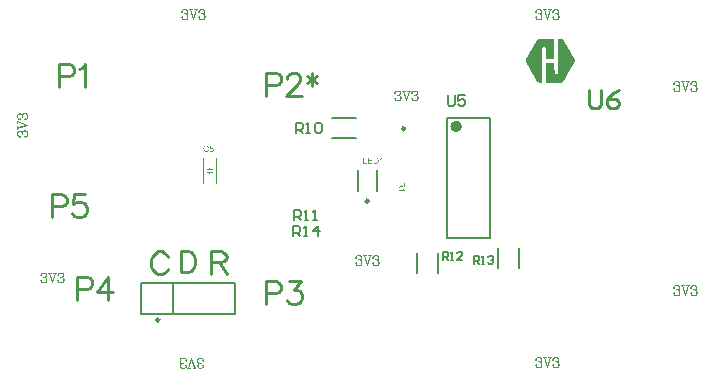
<source format=gbr>
G04*
G04 #@! TF.GenerationSoftware,Altium Limited,Altium Designer,25.8.1 (18)*
G04*
G04 Layer_Color=65535*
%FSLAX44Y44*%
%MOMM*%
G71*
G04*
G04 #@! TF.SameCoordinates,DC2A109C-38F9-4662-A5C9-921089D2BF11*
G04*
G04*
G04 #@! TF.FilePolarity,Positive*
G04*
G01*
G75*
%ADD10C,0.2500*%
%ADD11C,0.5000*%
%ADD12C,0.2000*%
%ADD13C,0.1000*%
%ADD14C,0.0800*%
%ADD15C,0.2540*%
%ADD16C,0.0762*%
%ADD17C,0.1270*%
G36*
X155852Y126433D02*
Y126281D01*
Y126128D01*
Y125976D01*
Y125823D01*
Y125671D01*
Y125519D01*
Y125366D01*
Y125214D01*
Y125062D01*
Y124909D01*
Y124757D01*
Y124604D01*
Y124452D01*
Y124299D01*
Y124147D01*
Y123995D01*
Y123842D01*
Y123690D01*
Y123538D01*
Y123385D01*
Y123233D01*
Y123080D01*
Y122928D01*
Y122775D01*
Y122623D01*
Y122471D01*
Y122318D01*
Y122166D01*
Y122014D01*
Y121861D01*
Y121709D01*
Y121556D01*
Y121404D01*
Y121251D01*
Y121099D01*
Y120947D01*
Y120794D01*
Y120642D01*
Y120490D01*
Y120337D01*
Y120185D01*
Y120032D01*
Y119880D01*
Y119727D01*
Y119575D01*
Y119423D01*
Y119270D01*
Y119118D01*
Y118966D01*
Y118813D01*
Y118661D01*
Y118508D01*
Y118356D01*
Y118203D01*
Y118051D01*
Y117899D01*
Y117746D01*
Y117594D01*
Y117442D01*
Y117289D01*
Y117137D01*
Y116984D01*
Y116832D01*
Y116679D01*
Y116527D01*
Y116375D01*
Y116222D01*
Y116070D01*
Y115918D01*
Y115765D01*
Y115613D01*
Y115460D01*
Y115308D01*
Y115155D01*
Y115003D01*
Y114851D01*
Y114698D01*
Y114546D01*
Y114394D01*
Y114241D01*
Y114089D01*
Y113936D01*
Y113784D01*
Y113631D01*
Y113479D01*
Y113327D01*
Y113174D01*
Y113022D01*
Y112870D01*
Y112717D01*
Y112565D01*
Y112412D01*
Y112260D01*
Y112107D01*
Y111955D01*
Y111803D01*
Y111650D01*
Y111498D01*
Y111346D01*
Y111193D01*
Y111041D01*
Y110888D01*
Y110736D01*
Y110583D01*
Y110431D01*
Y110279D01*
Y110126D01*
Y109974D01*
X148842D01*
Y110126D01*
X148690D01*
Y110279D01*
Y110431D01*
Y110583D01*
Y110736D01*
Y110888D01*
Y111041D01*
Y111193D01*
Y111346D01*
Y111498D01*
Y111650D01*
Y111803D01*
Y111955D01*
Y112107D01*
Y112260D01*
Y112412D01*
Y112565D01*
Y112717D01*
Y112870D01*
Y113022D01*
Y113174D01*
Y113327D01*
Y113479D01*
Y113631D01*
Y113784D01*
Y113936D01*
Y114089D01*
Y114241D01*
Y114394D01*
Y114546D01*
Y114698D01*
Y114851D01*
Y115003D01*
Y115155D01*
Y115308D01*
Y115460D01*
Y115613D01*
Y115765D01*
Y115918D01*
Y116070D01*
Y116222D01*
Y116375D01*
Y116527D01*
Y116679D01*
Y116832D01*
Y116984D01*
Y117137D01*
Y117289D01*
Y117442D01*
Y117594D01*
Y117746D01*
Y117899D01*
Y118051D01*
Y118203D01*
Y118356D01*
Y118508D01*
Y118661D01*
Y118813D01*
X148537D01*
Y118966D01*
Y119118D01*
X148385D01*
Y119270D01*
X148232D01*
Y119423D01*
X148080D01*
Y119575D01*
X147775D01*
Y119727D01*
X147166D01*
Y119880D01*
X147013D01*
Y119727D01*
X146404D01*
Y119575D01*
X146099D01*
Y119423D01*
X145947D01*
Y119270D01*
X145794D01*
Y119118D01*
X145642D01*
Y118966D01*
Y118813D01*
X145489D01*
Y118661D01*
Y118508D01*
Y118356D01*
Y118203D01*
Y118051D01*
Y117899D01*
Y117746D01*
Y117594D01*
Y117442D01*
Y117289D01*
Y117137D01*
Y116984D01*
Y116832D01*
Y116679D01*
Y116527D01*
Y116375D01*
Y116222D01*
Y116070D01*
Y115918D01*
Y115765D01*
Y115613D01*
Y115460D01*
Y115308D01*
Y115155D01*
Y115003D01*
X145337D01*
Y114851D01*
Y114698D01*
Y114546D01*
Y114394D01*
Y114241D01*
Y114089D01*
Y113936D01*
Y113784D01*
Y113631D01*
Y113479D01*
Y113327D01*
Y113174D01*
Y113022D01*
Y112870D01*
Y112717D01*
Y112565D01*
Y112412D01*
Y112260D01*
Y112107D01*
Y111955D01*
Y111803D01*
Y111650D01*
Y111498D01*
Y111346D01*
Y111193D01*
Y111041D01*
Y110888D01*
Y110736D01*
Y110583D01*
Y110431D01*
Y110279D01*
Y110126D01*
Y109974D01*
Y109822D01*
Y109669D01*
Y109517D01*
Y109364D01*
Y109212D01*
Y109059D01*
Y108907D01*
Y108755D01*
Y108602D01*
Y108450D01*
Y108298D01*
Y108145D01*
Y107993D01*
Y107840D01*
Y107688D01*
Y107535D01*
Y107383D01*
Y107231D01*
Y107078D01*
Y106926D01*
Y106774D01*
Y106621D01*
Y106469D01*
Y106316D01*
Y106164D01*
Y106011D01*
Y105859D01*
Y105707D01*
Y105554D01*
X145489D01*
Y105402D01*
Y105250D01*
Y105097D01*
Y104945D01*
Y104792D01*
Y104640D01*
Y104487D01*
Y104335D01*
Y104183D01*
Y104030D01*
Y103878D01*
Y103726D01*
Y103573D01*
Y103421D01*
Y103268D01*
Y103116D01*
Y102963D01*
Y102811D01*
Y102659D01*
Y102506D01*
Y102354D01*
Y102201D01*
Y102049D01*
Y101897D01*
Y101744D01*
Y101592D01*
Y101440D01*
Y101287D01*
Y101135D01*
Y100982D01*
Y100830D01*
Y100677D01*
Y100525D01*
Y100373D01*
Y100220D01*
Y100068D01*
Y99916D01*
Y99763D01*
Y99611D01*
Y99458D01*
Y99306D01*
Y99153D01*
Y99001D01*
Y98849D01*
Y98696D01*
Y98544D01*
Y98392D01*
Y98239D01*
Y98087D01*
Y97934D01*
Y97782D01*
Y97629D01*
Y97477D01*
Y97325D01*
Y97172D01*
Y97020D01*
Y96868D01*
Y96715D01*
Y96563D01*
Y96410D01*
Y96258D01*
Y96105D01*
Y95953D01*
Y95801D01*
Y95648D01*
Y95496D01*
Y95344D01*
Y95191D01*
Y95039D01*
Y94886D01*
Y94734D01*
Y94581D01*
Y94429D01*
Y94277D01*
Y94124D01*
Y93972D01*
Y93820D01*
Y93667D01*
Y93515D01*
Y93362D01*
Y93210D01*
Y93057D01*
Y92905D01*
Y92753D01*
Y92600D01*
Y92448D01*
Y92296D01*
Y92143D01*
Y91991D01*
Y91838D01*
Y91686D01*
Y91533D01*
Y91381D01*
Y91229D01*
Y91076D01*
Y90924D01*
Y90772D01*
Y90619D01*
Y90467D01*
Y90314D01*
Y90162D01*
Y90009D01*
Y89857D01*
X145337D01*
Y89705D01*
X142746D01*
Y89857D01*
X142136D01*
Y90009D01*
X141832D01*
Y90162D01*
X141679D01*
Y90314D01*
X141527D01*
Y90467D01*
X141222D01*
Y90619D01*
Y90772D01*
X141070D01*
Y90924D01*
X140917D01*
Y91076D01*
Y91229D01*
X140765D01*
Y91381D01*
X140612D01*
Y91533D01*
Y91686D01*
X140460D01*
Y91838D01*
Y91991D01*
X140308D01*
Y92143D01*
Y92296D01*
X140155D01*
Y92448D01*
X140003D01*
Y92600D01*
Y92753D01*
X139851D01*
Y92905D01*
Y93057D01*
X139698D01*
Y93210D01*
X139546D01*
Y93362D01*
Y93515D01*
X139393D01*
Y93667D01*
Y93820D01*
X139241D01*
Y93972D01*
Y94124D01*
X139088D01*
Y94277D01*
X138936D01*
Y94429D01*
Y94581D01*
X138784D01*
Y94734D01*
Y94886D01*
X138631D01*
Y95039D01*
Y95191D01*
X138479D01*
Y95344D01*
X138327D01*
Y95496D01*
Y95648D01*
X138174D01*
Y95801D01*
Y95953D01*
X138022D01*
Y96105D01*
Y96258D01*
X137869D01*
Y96410D01*
X137717D01*
Y96563D01*
Y96715D01*
X137564D01*
Y96868D01*
Y97020D01*
X137412D01*
Y97172D01*
X137260D01*
Y97325D01*
Y97477D01*
X137107D01*
Y97629D01*
Y97782D01*
X136955D01*
Y97934D01*
Y98087D01*
X136803D01*
Y98239D01*
X136650D01*
Y98392D01*
Y98544D01*
X136498D01*
Y98696D01*
Y98849D01*
X136345D01*
Y99001D01*
Y99153D01*
X136193D01*
Y99306D01*
X136040D01*
Y99458D01*
Y99611D01*
X135888D01*
Y99763D01*
Y99916D01*
X135736D01*
Y100068D01*
Y100220D01*
X135583D01*
Y100373D01*
X135431D01*
Y100525D01*
Y100677D01*
X135279D01*
Y100830D01*
Y100982D01*
X135126D01*
Y101135D01*
Y101287D01*
X134974D01*
Y101440D01*
X134821D01*
Y101592D01*
Y101744D01*
X134669D01*
Y101897D01*
Y102049D01*
X134516D01*
Y102201D01*
Y102354D01*
X134364D01*
Y102506D01*
X134212D01*
Y102659D01*
Y102811D01*
X134059D01*
Y102963D01*
Y103116D01*
X133907D01*
Y103268D01*
X133755D01*
Y103421D01*
Y103573D01*
X133602D01*
Y103726D01*
Y103878D01*
X133450D01*
Y104030D01*
Y104183D01*
X133297D01*
Y104335D01*
X133145D01*
Y104487D01*
Y104640D01*
X132992D01*
Y104792D01*
Y104945D01*
X132840D01*
Y105097D01*
Y105250D01*
X132688D01*
Y105402D01*
X132535D01*
Y105554D01*
Y105707D01*
X132383D01*
Y105859D01*
Y106011D01*
X132231D01*
Y106164D01*
Y106316D01*
X132078D01*
Y106469D01*
X131926D01*
Y106621D01*
Y106774D01*
X131773D01*
Y106926D01*
Y107078D01*
X131621D01*
Y107231D01*
Y107383D01*
X131468D01*
Y107535D01*
Y107688D01*
Y107840D01*
Y107993D01*
Y108145D01*
Y108298D01*
Y108450D01*
Y108602D01*
Y108755D01*
Y108907D01*
X131621D01*
Y109059D01*
Y109212D01*
Y109364D01*
X131773D01*
Y109517D01*
Y109669D01*
X131926D01*
Y109822D01*
X132078D01*
Y109974D01*
Y110126D01*
X132231D01*
Y110279D01*
Y110431D01*
X132383D01*
Y110583D01*
Y110736D01*
X132535D01*
Y110888D01*
X132688D01*
Y111041D01*
Y111193D01*
X132840D01*
Y111346D01*
Y111498D01*
X132992D01*
Y111650D01*
X133145D01*
Y111803D01*
Y111955D01*
X133297D01*
Y112107D01*
Y112260D01*
X133450D01*
Y112412D01*
Y112565D01*
X133602D01*
Y112717D01*
X133755D01*
Y112870D01*
Y113022D01*
X133907D01*
Y113174D01*
Y113327D01*
X134059D01*
Y113479D01*
Y113631D01*
X134212D01*
Y113784D01*
X134364D01*
Y113936D01*
Y114089D01*
X134516D01*
Y114241D01*
X134669D01*
Y114394D01*
Y114546D01*
X134821D01*
Y114698D01*
Y114851D01*
X134974D01*
Y115003D01*
Y115155D01*
X135126D01*
Y115308D01*
X135279D01*
Y115460D01*
Y115613D01*
X135431D01*
Y115765D01*
Y115918D01*
X135583D01*
Y116070D01*
Y116222D01*
X135736D01*
Y116375D01*
X135888D01*
Y116527D01*
Y116679D01*
X136040D01*
Y116832D01*
Y116984D01*
X136193D01*
Y117137D01*
Y117289D01*
X136345D01*
Y117442D01*
X136498D01*
Y117594D01*
Y117746D01*
X136650D01*
Y117899D01*
Y118051D01*
X136803D01*
Y118203D01*
X136955D01*
Y118356D01*
Y118508D01*
X137107D01*
Y118661D01*
Y118813D01*
X137260D01*
Y118966D01*
Y119118D01*
X137412D01*
Y119270D01*
X137564D01*
Y119423D01*
Y119575D01*
X137717D01*
Y119727D01*
Y119880D01*
X137869D01*
Y120032D01*
Y120185D01*
X138022D01*
Y120337D01*
X138174D01*
Y120490D01*
Y120642D01*
X138327D01*
Y120794D01*
Y120947D01*
X138479D01*
Y121099D01*
Y121251D01*
X138631D01*
Y121404D01*
X138784D01*
Y121556D01*
Y121709D01*
X138936D01*
Y121861D01*
Y122014D01*
X139088D01*
Y122166D01*
X139241D01*
Y122318D01*
Y122471D01*
X139393D01*
Y122623D01*
Y122775D01*
X139546D01*
Y122928D01*
Y123080D01*
X139698D01*
Y123233D01*
X139851D01*
Y123385D01*
Y123538D01*
X140003D01*
Y123690D01*
Y123842D01*
X140155D01*
Y123995D01*
Y124147D01*
X140308D01*
Y124299D01*
X140460D01*
Y124452D01*
Y124604D01*
X140612D01*
Y124757D01*
Y124909D01*
X140765D01*
Y125062D01*
Y125214D01*
X140917D01*
Y125366D01*
X141070D01*
Y125519D01*
Y125671D01*
X141222D01*
Y125823D01*
X141375D01*
Y125976D01*
X141527D01*
Y126128D01*
X141832D01*
Y126281D01*
X142136D01*
Y126433D01*
X142441D01*
Y126586D01*
X155852D01*
Y126433D01*
D02*
G37*
G36*
X162101D02*
X162558D01*
Y126281D01*
X162863D01*
Y126128D01*
X163015D01*
Y125976D01*
X163168D01*
Y125823D01*
X163320D01*
Y125671D01*
X163472D01*
Y125519D01*
X163625D01*
Y125366D01*
X163777D01*
Y125214D01*
Y125062D01*
X163930D01*
Y124909D01*
Y124757D01*
X164082D01*
Y124604D01*
Y124452D01*
X164235D01*
Y124299D01*
X164387D01*
Y124147D01*
Y123995D01*
X164539D01*
Y123842D01*
Y123690D01*
X164692D01*
Y123538D01*
X164844D01*
Y123385D01*
Y123233D01*
X164996D01*
Y123080D01*
Y122928D01*
X165149D01*
Y122775D01*
Y122623D01*
X165301D01*
Y122471D01*
X165454D01*
Y122318D01*
Y122166D01*
X165606D01*
Y122014D01*
Y121861D01*
X165758D01*
Y121709D01*
Y121556D01*
X165911D01*
Y121404D01*
X166063D01*
Y121251D01*
Y121099D01*
X166216D01*
Y120947D01*
Y120794D01*
X166368D01*
Y120642D01*
Y120490D01*
X166521D01*
Y120337D01*
X166673D01*
Y120185D01*
Y120032D01*
X166825D01*
Y119880D01*
Y119727D01*
X166978D01*
Y119575D01*
X167130D01*
Y119423D01*
Y119270D01*
X167283D01*
Y119118D01*
Y118966D01*
X167435D01*
Y118813D01*
Y118661D01*
X167587D01*
Y118508D01*
X167740D01*
Y118356D01*
Y118203D01*
X167892D01*
Y118051D01*
Y117899D01*
X168044D01*
Y117746D01*
Y117594D01*
X168197D01*
Y117442D01*
X168349D01*
Y117289D01*
Y117137D01*
X168502D01*
Y116984D01*
Y116832D01*
X168654D01*
Y116679D01*
Y116527D01*
X168806D01*
Y116375D01*
X168959D01*
Y116222D01*
Y116070D01*
X169111D01*
Y115918D01*
Y115765D01*
X169264D01*
Y115613D01*
X169416D01*
Y115460D01*
Y115308D01*
X169569D01*
Y115155D01*
Y115003D01*
X169721D01*
Y114851D01*
Y114698D01*
X169873D01*
Y114546D01*
X170026D01*
Y114394D01*
Y114241D01*
X170178D01*
Y114089D01*
Y113936D01*
X170331D01*
Y113784D01*
Y113631D01*
X170483D01*
Y113479D01*
X170635D01*
Y113327D01*
Y113174D01*
X170788D01*
Y113022D01*
Y112870D01*
X170940D01*
Y112717D01*
Y112565D01*
X171092D01*
Y112412D01*
X171245D01*
Y112260D01*
Y112107D01*
X171397D01*
Y111955D01*
Y111803D01*
X171550D01*
Y111650D01*
X171702D01*
Y111498D01*
Y111346D01*
X171854D01*
Y111193D01*
Y111041D01*
X172007D01*
Y110888D01*
Y110736D01*
X172159D01*
Y110583D01*
X172312D01*
Y110431D01*
Y110279D01*
X172464D01*
Y110126D01*
Y109974D01*
X172617D01*
Y109822D01*
Y109669D01*
X172769D01*
Y109517D01*
X172921D01*
Y109364D01*
Y109212D01*
X173074D01*
Y109059D01*
Y108907D01*
Y108755D01*
Y108602D01*
X173226D01*
Y108450D01*
Y108298D01*
Y108145D01*
Y107993D01*
Y107840D01*
X173074D01*
Y107688D01*
Y107535D01*
Y107383D01*
Y107231D01*
X172921D01*
Y107078D01*
Y106926D01*
X172769D01*
Y106774D01*
Y106621D01*
X172617D01*
Y106469D01*
Y106316D01*
X172464D01*
Y106164D01*
X172312D01*
Y106011D01*
Y105859D01*
X172159D01*
Y105707D01*
Y105554D01*
X172007D01*
Y105402D01*
X171854D01*
Y105250D01*
Y105097D01*
X171702D01*
Y104945D01*
Y104792D01*
X171550D01*
Y104640D01*
Y104487D01*
X171397D01*
Y104335D01*
X171245D01*
Y104183D01*
Y104030D01*
X171092D01*
Y103878D01*
Y103726D01*
X170940D01*
Y103573D01*
Y103421D01*
X170788D01*
Y103268D01*
X170635D01*
Y103116D01*
Y102963D01*
X170483D01*
Y102811D01*
Y102659D01*
X170331D01*
Y102506D01*
X170178D01*
Y102354D01*
Y102201D01*
X170026D01*
Y102049D01*
Y101897D01*
X169873D01*
Y101744D01*
Y101592D01*
X169721D01*
Y101440D01*
X169569D01*
Y101287D01*
Y101135D01*
X169416D01*
Y100982D01*
Y100830D01*
X169264D01*
Y100677D01*
Y100525D01*
X169111D01*
Y100373D01*
X168959D01*
Y100220D01*
Y100068D01*
X168806D01*
Y99916D01*
Y99763D01*
X168654D01*
Y99611D01*
X168502D01*
Y99458D01*
Y99306D01*
X168349D01*
Y99153D01*
Y99001D01*
X168197D01*
Y98849D01*
Y98696D01*
X168044D01*
Y98544D01*
X167892D01*
Y98392D01*
Y98239D01*
X167740D01*
Y98087D01*
Y97934D01*
X167587D01*
Y97782D01*
Y97629D01*
X167435D01*
Y97477D01*
Y97325D01*
X167283D01*
Y97172D01*
Y97020D01*
X167130D01*
Y96868D01*
X166978D01*
Y96715D01*
Y96563D01*
X166825D01*
Y96410D01*
Y96258D01*
X166673D01*
Y96105D01*
X166521D01*
Y95953D01*
Y95801D01*
X166368D01*
Y95648D01*
Y95496D01*
X166216D01*
Y95344D01*
Y95191D01*
X166063D01*
Y95039D01*
X165911D01*
Y94886D01*
Y94734D01*
X165758D01*
Y94581D01*
Y94429D01*
X165606D01*
Y94277D01*
Y94124D01*
X165454D01*
Y93972D01*
X165301D01*
Y93820D01*
Y93667D01*
X165149D01*
Y93515D01*
Y93362D01*
X164996D01*
Y93210D01*
Y93057D01*
X164844D01*
Y92905D01*
X164692D01*
Y92753D01*
Y92600D01*
X164539D01*
Y92448D01*
Y92296D01*
X164387D01*
Y92143D01*
Y91991D01*
X164235D01*
Y91838D01*
X164082D01*
Y91686D01*
Y91533D01*
X163930D01*
Y91381D01*
Y91229D01*
X163777D01*
Y91076D01*
X163625D01*
Y90924D01*
Y90772D01*
X163472D01*
Y90619D01*
X163320D01*
Y90467D01*
X163168D01*
Y90314D01*
X163015D01*
Y90162D01*
X162710D01*
Y90009D01*
X162406D01*
Y89857D01*
X161949D01*
Y89705D01*
X148842D01*
Y89857D01*
X148690D01*
Y90009D01*
Y90162D01*
Y90314D01*
Y90467D01*
Y90619D01*
Y90772D01*
Y90924D01*
Y91076D01*
Y91229D01*
Y91381D01*
Y91533D01*
Y91686D01*
Y91838D01*
Y91991D01*
Y92143D01*
Y92296D01*
Y92448D01*
Y92600D01*
Y92753D01*
Y92905D01*
Y93057D01*
Y93210D01*
Y93362D01*
Y93515D01*
Y93667D01*
Y93820D01*
Y93972D01*
Y94124D01*
Y94277D01*
Y94429D01*
Y94581D01*
Y94734D01*
Y94886D01*
Y95039D01*
Y95191D01*
Y95344D01*
Y95496D01*
Y95648D01*
Y95801D01*
Y95953D01*
Y96105D01*
Y96258D01*
Y96410D01*
Y96563D01*
Y96715D01*
Y96868D01*
Y97020D01*
Y97172D01*
Y97325D01*
Y97477D01*
Y97629D01*
Y97782D01*
Y97934D01*
Y98087D01*
Y98239D01*
Y98392D01*
Y98544D01*
Y98696D01*
Y98849D01*
Y99001D01*
Y99153D01*
Y99306D01*
Y99458D01*
Y99611D01*
Y99763D01*
Y99916D01*
Y100068D01*
Y100220D01*
Y100373D01*
Y100525D01*
Y100677D01*
Y100830D01*
Y100982D01*
Y101135D01*
Y101287D01*
Y101440D01*
Y101592D01*
Y101744D01*
Y101897D01*
Y102049D01*
Y102201D01*
Y102354D01*
Y102506D01*
Y102659D01*
Y102811D01*
Y102963D01*
Y103116D01*
Y103268D01*
Y103421D01*
Y103573D01*
Y103726D01*
Y103878D01*
Y104030D01*
Y104183D01*
Y104335D01*
Y104487D01*
Y104640D01*
Y104792D01*
Y104945D01*
Y105097D01*
Y105250D01*
Y105402D01*
Y105554D01*
Y105707D01*
Y105859D01*
Y106011D01*
Y106164D01*
Y106316D01*
X148842D01*
Y106469D01*
X155852D01*
Y106316D01*
Y106164D01*
Y106011D01*
Y105859D01*
Y105707D01*
Y105554D01*
Y105402D01*
Y105250D01*
Y105097D01*
Y104945D01*
Y104792D01*
Y104640D01*
Y104487D01*
Y104335D01*
Y104183D01*
Y104030D01*
Y103878D01*
Y103726D01*
Y103573D01*
Y103421D01*
Y103268D01*
Y103116D01*
Y102963D01*
Y102811D01*
Y102659D01*
Y102506D01*
Y102354D01*
Y102201D01*
Y102049D01*
Y101897D01*
Y101744D01*
Y101592D01*
Y101440D01*
Y101287D01*
Y101135D01*
Y100982D01*
Y100830D01*
Y100677D01*
Y100525D01*
Y100373D01*
X156005D01*
Y100220D01*
Y100068D01*
Y99916D01*
Y99763D01*
Y99611D01*
Y99458D01*
Y99306D01*
Y99153D01*
Y99001D01*
Y98849D01*
Y98696D01*
Y98544D01*
Y98392D01*
Y98239D01*
Y98087D01*
Y97934D01*
Y97782D01*
Y97629D01*
Y97477D01*
X156157D01*
Y97325D01*
X156310D01*
Y97172D01*
Y97020D01*
X156615D01*
Y96868D01*
X156767D01*
Y96715D01*
X157224D01*
Y96563D01*
X157986D01*
Y96715D01*
X158291D01*
Y96868D01*
X158596D01*
Y97020D01*
X158748D01*
Y97172D01*
X158900D01*
Y97325D01*
X159053D01*
Y97477D01*
Y97629D01*
Y97782D01*
X159205D01*
Y97934D01*
Y98087D01*
Y98239D01*
Y98392D01*
Y98544D01*
Y98696D01*
Y98849D01*
Y99001D01*
Y99153D01*
Y99306D01*
Y99458D01*
Y99611D01*
Y99763D01*
Y99916D01*
Y100068D01*
Y100220D01*
Y100373D01*
Y100525D01*
Y100677D01*
Y100830D01*
Y100982D01*
Y101135D01*
Y101287D01*
Y101440D01*
Y101592D01*
Y101744D01*
Y101897D01*
Y102049D01*
Y102201D01*
Y102354D01*
Y102506D01*
Y102659D01*
Y102811D01*
Y102963D01*
Y103116D01*
Y103268D01*
Y103421D01*
Y103573D01*
Y103726D01*
Y103878D01*
Y104030D01*
Y104183D01*
Y104335D01*
Y104487D01*
Y104640D01*
Y104792D01*
Y104945D01*
Y105097D01*
Y105250D01*
Y105402D01*
Y105554D01*
Y105707D01*
Y105859D01*
Y106011D01*
Y106164D01*
Y106316D01*
Y106469D01*
Y106621D01*
Y106774D01*
Y106926D01*
Y107078D01*
Y107231D01*
Y107383D01*
Y107535D01*
Y107688D01*
Y107840D01*
Y107993D01*
Y108145D01*
Y108298D01*
Y108450D01*
Y108602D01*
Y108755D01*
Y108907D01*
Y109059D01*
Y109212D01*
Y109364D01*
Y109517D01*
Y109669D01*
Y109822D01*
Y109974D01*
Y110126D01*
Y110279D01*
Y110431D01*
Y110583D01*
Y110736D01*
Y110888D01*
Y111041D01*
Y111193D01*
Y111346D01*
Y111498D01*
Y111650D01*
Y111803D01*
Y111955D01*
Y112107D01*
Y112260D01*
Y112412D01*
Y112565D01*
Y112717D01*
Y112870D01*
Y113022D01*
Y113174D01*
Y113327D01*
Y113479D01*
Y113631D01*
Y113784D01*
Y113936D01*
Y114089D01*
Y114241D01*
Y114394D01*
Y114546D01*
Y114698D01*
Y114851D01*
Y115003D01*
Y115155D01*
Y115308D01*
Y115460D01*
Y115613D01*
Y115765D01*
Y115918D01*
Y116070D01*
Y116222D01*
Y116375D01*
Y116527D01*
Y116679D01*
Y116832D01*
Y116984D01*
Y117137D01*
Y117289D01*
Y117442D01*
Y117594D01*
Y117746D01*
Y117899D01*
Y118051D01*
Y118203D01*
Y118356D01*
Y118508D01*
Y118661D01*
Y118813D01*
Y118966D01*
Y119118D01*
Y119270D01*
Y119423D01*
Y119575D01*
Y119727D01*
Y119880D01*
Y120032D01*
Y120185D01*
Y120337D01*
Y120490D01*
Y120642D01*
Y120794D01*
Y120947D01*
Y121099D01*
Y121251D01*
Y121404D01*
Y121556D01*
Y121709D01*
Y121861D01*
Y122014D01*
Y122166D01*
Y122318D01*
Y122471D01*
Y122623D01*
Y122775D01*
Y122928D01*
Y123080D01*
Y123233D01*
Y123385D01*
Y123538D01*
Y123690D01*
Y123842D01*
Y123995D01*
Y124147D01*
Y124299D01*
Y124452D01*
Y124604D01*
Y124757D01*
Y124909D01*
Y125062D01*
Y125214D01*
Y125366D01*
Y125519D01*
Y125671D01*
Y125823D01*
Y125976D01*
Y126128D01*
Y126281D01*
Y126433D01*
Y126586D01*
X162101D01*
Y126433D01*
D02*
G37*
G36*
X29276Y2631D02*
X29268Y2570D01*
Y2503D01*
X29261Y2345D01*
X29238Y2180D01*
X29216Y1999D01*
X29178Y1834D01*
X29155Y1751D01*
X29133Y1683D01*
Y1676D01*
X29125Y1668D01*
X29103Y1623D01*
X29073Y1555D01*
X29020Y1473D01*
X28953Y1382D01*
X28862Y1285D01*
X28757Y1195D01*
X28637Y1104D01*
X28629D01*
X28622Y1097D01*
X28577Y1067D01*
X28501Y1037D01*
X28404Y992D01*
X28291Y954D01*
X28156Y916D01*
X28013Y894D01*
X27855Y886D01*
X27847D01*
X27832D01*
X27802D01*
X27765Y894D01*
X27712D01*
X27659Y901D01*
X27531Y931D01*
X27381Y976D01*
X27223Y1037D01*
X27065Y1127D01*
X26990Y1187D01*
X26915Y1247D01*
X26907Y1255D01*
X26900Y1262D01*
X26877Y1285D01*
X26855Y1315D01*
X26825Y1352D01*
X26795Y1398D01*
X26757Y1458D01*
X26712Y1518D01*
X26674Y1593D01*
X26637Y1676D01*
X26592Y1766D01*
X26554Y1864D01*
X26524Y1977D01*
X26486Y2089D01*
X26464Y2217D01*
X26441Y2352D01*
X26434Y2337D01*
X26419Y2307D01*
X26389Y2262D01*
X26359Y2202D01*
X26276Y2067D01*
X26223Y1999D01*
X26178Y1939D01*
X26163Y1924D01*
X26126Y1886D01*
X26065Y1826D01*
X25990Y1751D01*
X25885Y1668D01*
X25772Y1570D01*
X25637Y1473D01*
X25487Y1367D01*
X24073Y473D01*
Y1330D01*
X25156Y2014D01*
X25163D01*
X25178Y2029D01*
X25201Y2044D01*
X25231Y2067D01*
X25314Y2119D01*
X25419Y2187D01*
X25532Y2270D01*
X25652Y2352D01*
X25765Y2435D01*
X25870Y2510D01*
X25877Y2518D01*
X25908Y2540D01*
X25953Y2578D01*
X26005Y2631D01*
X26118Y2743D01*
X26171Y2803D01*
X26216Y2864D01*
X26223Y2871D01*
X26231Y2886D01*
X26246Y2916D01*
X26268Y2961D01*
X26291Y3007D01*
X26314Y3059D01*
X26351Y3179D01*
Y3187D01*
X26359Y3202D01*
Y3232D01*
X26366Y3270D01*
X26374Y3322D01*
Y3382D01*
X26381Y3465D01*
Y4352D01*
X24073D01*
Y5044D01*
X29276D01*
Y2631D01*
D02*
G37*
G36*
X27990Y-429D02*
X28005Y-444D01*
X28013Y-474D01*
X28035Y-512D01*
X28058Y-557D01*
X28088Y-610D01*
X28163Y-738D01*
X28246Y-888D01*
X28351Y-1038D01*
X28471Y-1196D01*
X28599Y-1354D01*
X28607Y-1362D01*
X28614Y-1369D01*
X28637Y-1392D01*
X28659Y-1422D01*
X28735Y-1489D01*
X28825Y-1580D01*
X28930Y-1670D01*
X29050Y-1768D01*
X29171Y-1850D01*
X29298Y-1926D01*
Y-2339D01*
X24073D01*
Y-1700D01*
X28140D01*
X28133Y-1692D01*
X28103Y-1655D01*
X28058Y-1610D01*
X28005Y-1535D01*
X27938Y-1452D01*
X27862Y-1347D01*
X27780Y-1226D01*
X27697Y-1091D01*
Y-1084D01*
X27689Y-1076D01*
X27659Y-1031D01*
X27622Y-956D01*
X27577Y-865D01*
X27524Y-760D01*
X27471Y-647D01*
X27419Y-535D01*
X27374Y-422D01*
X27990D01*
Y-429D01*
D02*
G37*
G36*
X10103Y20885D02*
X9464D01*
Y24952D01*
X9457Y24945D01*
X9419Y24915D01*
X9374Y24869D01*
X9299Y24817D01*
X9216Y24749D01*
X9111Y24674D01*
X8991Y24591D01*
X8855Y24509D01*
X8848D01*
X8840Y24501D01*
X8795Y24471D01*
X8720Y24433D01*
X8630Y24388D01*
X8525Y24336D01*
X8412Y24283D01*
X8299Y24230D01*
X8186Y24185D01*
Y24802D01*
X8194D01*
X8209Y24817D01*
X8239Y24824D01*
X8277Y24847D01*
X8322Y24869D01*
X8374Y24899D01*
X8502Y24975D01*
X8652Y25057D01*
X8803Y25163D01*
X8961Y25283D01*
X9118Y25411D01*
X9126Y25418D01*
X9134Y25426D01*
X9156Y25448D01*
X9186Y25471D01*
X9254Y25546D01*
X9344Y25636D01*
X9434Y25742D01*
X9532Y25862D01*
X9615Y25982D01*
X9690Y26110D01*
X10103D01*
Y20885D01*
D02*
G37*
G36*
X4848Y26080D02*
X4998Y26072D01*
X5149Y26057D01*
X5299Y26035D01*
X5427Y26012D01*
X5434D01*
X5450Y26005D01*
X5472D01*
X5502Y25990D01*
X5585Y25967D01*
X5690Y25930D01*
X5810Y25877D01*
X5938Y25809D01*
X6066Y25734D01*
X6186Y25636D01*
X6194Y25629D01*
X6201Y25621D01*
X6224Y25599D01*
X6254Y25576D01*
X6329Y25501D01*
X6419Y25396D01*
X6517Y25268D01*
X6622Y25117D01*
X6720Y24945D01*
X6803Y24749D01*
Y24742D01*
X6810Y24727D01*
X6825Y24697D01*
X6833Y24651D01*
X6855Y24599D01*
X6870Y24539D01*
X6886Y24471D01*
X6908Y24388D01*
X6931Y24306D01*
X6946Y24208D01*
X6983Y23997D01*
X7006Y23764D01*
X7013Y23509D01*
Y23501D01*
Y23486D01*
Y23448D01*
Y23411D01*
X7006Y23358D01*
Y23298D01*
X6998Y23155D01*
X6976Y22990D01*
X6953Y22817D01*
X6916Y22636D01*
X6870Y22456D01*
Y22448D01*
X6863Y22433D01*
X6855Y22411D01*
X6848Y22381D01*
X6818Y22298D01*
X6773Y22193D01*
X6728Y22073D01*
X6668Y21952D01*
X6592Y21824D01*
X6517Y21704D01*
X6510Y21689D01*
X6480Y21651D01*
X6435Y21599D01*
X6374Y21531D01*
X6307Y21456D01*
X6224Y21381D01*
X6141Y21298D01*
X6043Y21230D01*
X6029Y21223D01*
X5998Y21200D01*
X5946Y21170D01*
X5871Y21133D01*
X5780Y21088D01*
X5675Y21050D01*
X5555Y21005D01*
X5419Y20967D01*
X5404D01*
X5382Y20960D01*
X5359Y20952D01*
X5284Y20945D01*
X5179Y20930D01*
X5059Y20915D01*
X4916Y20900D01*
X4758Y20892D01*
X4585Y20885D01*
X2713D01*
Y26087D01*
X4713D01*
X4848Y26080D01*
D02*
G37*
G36*
X1638Y25471D02*
X-1437D01*
Y23884D01*
X1442D01*
Y23268D01*
X-1437D01*
Y21501D01*
X1758D01*
Y20885D01*
X-2129D01*
Y26087D01*
X1638D01*
Y25471D01*
D02*
G37*
G36*
X-5520Y21501D02*
X-2956D01*
Y20885D01*
X-6212D01*
Y26087D01*
X-5520D01*
Y21501D01*
D02*
G37*
G36*
X-138721Y36349D02*
X-138653Y36342D01*
X-138571Y36334D01*
X-138488Y36327D01*
X-138390Y36304D01*
X-138187Y36259D01*
X-137962Y36191D01*
X-137849Y36146D01*
X-137744Y36094D01*
X-137638Y36026D01*
X-137533Y35958D01*
X-137526Y35951D01*
X-137510Y35943D01*
X-137480Y35921D01*
X-137443Y35883D01*
X-137405Y35846D01*
X-137353Y35793D01*
X-137300Y35733D01*
X-137240Y35673D01*
X-137180Y35598D01*
X-137120Y35507D01*
X-137052Y35417D01*
X-136992Y35319D01*
X-136939Y35207D01*
X-136879Y35094D01*
X-136834Y34973D01*
X-136789Y34838D01*
X-137465Y34680D01*
Y34688D01*
X-137473Y34703D01*
X-137488Y34733D01*
X-137503Y34771D01*
X-137518Y34816D01*
X-137541Y34876D01*
X-137601Y34996D01*
X-137676Y35131D01*
X-137766Y35267D01*
X-137879Y35394D01*
X-137999Y35507D01*
X-138014Y35522D01*
X-138059Y35552D01*
X-138134Y35590D01*
X-138232Y35643D01*
X-138360Y35688D01*
X-138503Y35733D01*
X-138676Y35763D01*
X-138864Y35770D01*
X-138924D01*
X-138961Y35763D01*
X-139014D01*
X-139074Y35755D01*
X-139217Y35733D01*
X-139375Y35703D01*
X-139540Y35650D01*
X-139713Y35575D01*
X-139871Y35477D01*
X-139879D01*
X-139886Y35462D01*
X-139939Y35425D01*
X-140007Y35364D01*
X-140089Y35274D01*
X-140187Y35161D01*
X-140277Y35034D01*
X-140360Y34876D01*
X-140435Y34703D01*
Y34695D01*
X-140443Y34680D01*
X-140450Y34658D01*
X-140458Y34620D01*
X-140473Y34575D01*
X-140488Y34522D01*
X-140510Y34395D01*
X-140540Y34244D01*
X-140570Y34079D01*
X-140585Y33898D01*
X-140593Y33703D01*
Y33695D01*
Y33673D01*
Y33635D01*
Y33590D01*
X-140585Y33537D01*
Y33470D01*
X-140578Y33395D01*
X-140570Y33312D01*
X-140548Y33131D01*
X-140510Y32936D01*
X-140465Y32740D01*
X-140405Y32545D01*
Y32538D01*
X-140398Y32522D01*
X-140382Y32500D01*
X-140367Y32462D01*
X-140322Y32372D01*
X-140255Y32267D01*
X-140172Y32147D01*
X-140067Y32019D01*
X-139946Y31906D01*
X-139804Y31801D01*
X-139796D01*
X-139781Y31793D01*
X-139759Y31778D01*
X-139728Y31763D01*
X-139691Y31748D01*
X-139646Y31725D01*
X-139540Y31680D01*
X-139405Y31635D01*
X-139255Y31598D01*
X-139089Y31568D01*
X-138916Y31560D01*
X-138864D01*
X-138819Y31568D01*
X-138766D01*
X-138713Y31575D01*
X-138578Y31605D01*
X-138420Y31643D01*
X-138262Y31703D01*
X-138097Y31786D01*
X-138014Y31831D01*
X-137939Y31891D01*
X-137931Y31899D01*
X-137924Y31906D01*
X-137901Y31929D01*
X-137871Y31951D01*
X-137841Y31989D01*
X-137804Y32034D01*
X-137759Y32079D01*
X-137721Y32139D01*
X-137676Y32207D01*
X-137623Y32282D01*
X-137578Y32357D01*
X-137533Y32447D01*
X-137495Y32545D01*
X-137458Y32650D01*
X-137420Y32763D01*
X-137390Y32883D01*
X-136699Y32710D01*
Y32703D01*
X-136706Y32673D01*
X-136721Y32628D01*
X-136744Y32568D01*
X-136766Y32500D01*
X-136796Y32417D01*
X-136834Y32327D01*
X-136879Y32229D01*
X-136984Y32019D01*
X-137120Y31808D01*
X-137202Y31703D01*
X-137285Y31598D01*
X-137375Y31507D01*
X-137480Y31417D01*
X-137488Y31410D01*
X-137503Y31395D01*
X-137541Y31380D01*
X-137578Y31350D01*
X-137638Y31312D01*
X-137698Y31274D01*
X-137781Y31237D01*
X-137864Y31199D01*
X-137962Y31154D01*
X-138067Y31116D01*
X-138180Y31079D01*
X-138300Y31041D01*
X-138428Y31011D01*
X-138563Y30996D01*
X-138706Y30981D01*
X-138856Y30974D01*
X-138939D01*
X-138999Y30981D01*
X-139067D01*
X-139150Y30989D01*
X-139240Y31004D01*
X-139345Y31019D01*
X-139563Y31056D01*
X-139789Y31116D01*
X-140014Y31199D01*
X-140119Y31252D01*
X-140225Y31312D01*
X-140232Y31319D01*
X-140247Y31327D01*
X-140277Y31350D01*
X-140307Y31380D01*
X-140352Y31410D01*
X-140405Y31455D01*
X-140465Y31507D01*
X-140525Y31568D01*
X-140585Y31635D01*
X-140653Y31703D01*
X-140788Y31876D01*
X-140916Y32079D01*
X-141029Y32304D01*
Y32312D01*
X-141044Y32334D01*
X-141052Y32372D01*
X-141074Y32417D01*
X-141089Y32477D01*
X-141112Y32553D01*
X-141142Y32635D01*
X-141164Y32726D01*
X-141187Y32823D01*
X-141217Y32936D01*
X-141255Y33169D01*
X-141285Y33432D01*
X-141300Y33703D01*
Y33710D01*
Y33740D01*
Y33786D01*
X-141292Y33838D01*
Y33913D01*
X-141285Y33989D01*
X-141277Y34086D01*
X-141262Y34184D01*
X-141225Y34402D01*
X-141172Y34643D01*
X-141097Y34883D01*
X-140991Y35116D01*
X-140984Y35124D01*
X-140976Y35146D01*
X-140961Y35176D01*
X-140931Y35214D01*
X-140901Y35267D01*
X-140864Y35327D01*
X-140766Y35462D01*
X-140638Y35613D01*
X-140488Y35763D01*
X-140315Y35913D01*
X-140112Y36041D01*
X-140104Y36049D01*
X-140082Y36056D01*
X-140052Y36071D01*
X-140014Y36094D01*
X-139954Y36116D01*
X-139894Y36139D01*
X-139819Y36169D01*
X-139736Y36199D01*
X-139646Y36229D01*
X-139548Y36259D01*
X-139337Y36304D01*
X-139097Y36342D01*
X-138849Y36357D01*
X-138774D01*
X-138721Y36349D01*
D02*
G37*
G36*
X-132909Y35590D02*
X-134992D01*
X-135270Y34184D01*
X-135262Y34192D01*
X-135247Y34199D01*
X-135225Y34214D01*
X-135187Y34237D01*
X-135142Y34259D01*
X-135090Y34289D01*
X-134969Y34350D01*
X-134819Y34410D01*
X-134654Y34462D01*
X-134473Y34500D01*
X-134383Y34515D01*
X-134217D01*
X-134172Y34507D01*
X-134112Y34500D01*
X-134045Y34492D01*
X-133969Y34477D01*
X-133887Y34455D01*
X-133706Y34402D01*
X-133608Y34365D01*
X-133511Y34312D01*
X-133413Y34259D01*
X-133315Y34199D01*
X-133225Y34124D01*
X-133135Y34041D01*
X-133127Y34034D01*
X-133112Y34019D01*
X-133090Y33996D01*
X-133060Y33958D01*
X-133022Y33906D01*
X-132984Y33853D01*
X-132939Y33786D01*
X-132894Y33710D01*
X-132857Y33628D01*
X-132811Y33537D01*
X-132774Y33432D01*
X-132736Y33327D01*
X-132706Y33214D01*
X-132684Y33086D01*
X-132669Y32959D01*
X-132661Y32823D01*
Y32816D01*
Y32793D01*
Y32756D01*
X-132669Y32703D01*
X-132676Y32643D01*
X-132684Y32575D01*
X-132699Y32492D01*
X-132714Y32410D01*
X-132759Y32214D01*
X-132834Y32011D01*
X-132879Y31906D01*
X-132939Y31808D01*
X-132999Y31703D01*
X-133075Y31605D01*
X-133082Y31598D01*
X-133097Y31575D01*
X-133127Y31545D01*
X-133165Y31507D01*
X-133217Y31462D01*
X-133278Y31402D01*
X-133353Y31350D01*
X-133435Y31290D01*
X-133526Y31229D01*
X-133631Y31177D01*
X-133744Y31124D01*
X-133864Y31071D01*
X-133992Y31034D01*
X-134135Y31004D01*
X-134285Y30981D01*
X-134443Y30974D01*
X-134511D01*
X-134563Y30981D01*
X-134623Y30989D01*
X-134691Y30996D01*
X-134774Y31004D01*
X-134857Y31026D01*
X-135044Y31071D01*
X-135232Y31139D01*
X-135330Y31184D01*
X-135428Y31237D01*
X-135518Y31297D01*
X-135608Y31365D01*
X-135616Y31372D01*
X-135631Y31380D01*
X-135646Y31410D01*
X-135676Y31440D01*
X-135714Y31477D01*
X-135751Y31523D01*
X-135796Y31583D01*
X-135834Y31650D01*
X-135879Y31718D01*
X-135924Y31801D01*
X-136007Y31981D01*
X-136074Y32192D01*
X-136097Y32304D01*
X-136112Y32425D01*
X-135443Y32477D01*
Y32470D01*
Y32455D01*
X-135435Y32432D01*
X-135428Y32395D01*
X-135405Y32312D01*
X-135375Y32199D01*
X-135330Y32086D01*
X-135270Y31959D01*
X-135195Y31846D01*
X-135105Y31741D01*
X-135090Y31733D01*
X-135059Y31703D01*
X-134999Y31665D01*
X-134917Y31620D01*
X-134826Y31575D01*
X-134714Y31538D01*
X-134586Y31507D01*
X-134443Y31500D01*
X-134398D01*
X-134368Y31507D01*
X-134278Y31515D01*
X-134172Y31545D01*
X-134045Y31583D01*
X-133917Y31643D01*
X-133781Y31733D01*
X-133721Y31786D01*
X-133661Y31846D01*
X-133653Y31853D01*
X-133646Y31861D01*
X-133631Y31883D01*
X-133608Y31906D01*
X-133556Y31989D01*
X-133496Y32094D01*
X-133443Y32222D01*
X-133390Y32380D01*
X-133353Y32568D01*
X-133338Y32665D01*
Y32771D01*
Y32778D01*
Y32793D01*
Y32823D01*
X-133345Y32861D01*
Y32906D01*
X-133353Y32959D01*
X-133375Y33079D01*
X-133413Y33222D01*
X-133466Y33365D01*
X-133541Y33500D01*
X-133646Y33628D01*
Y33635D01*
X-133661Y33643D01*
X-133699Y33680D01*
X-133766Y33733D01*
X-133856Y33793D01*
X-133977Y33846D01*
X-134112Y33898D01*
X-134270Y33936D01*
X-134360Y33951D01*
X-134503D01*
X-134563Y33944D01*
X-134638Y33936D01*
X-134729Y33913D01*
X-134819Y33891D01*
X-134917Y33853D01*
X-135014Y33808D01*
X-135022Y33801D01*
X-135052Y33786D01*
X-135097Y33748D01*
X-135157Y33710D01*
X-135217Y33658D01*
X-135278Y33590D01*
X-135345Y33522D01*
X-135398Y33440D01*
X-135999Y33522D01*
X-135496Y36199D01*
X-132909D01*
Y35590D01*
D02*
G37*
%LPC*%
G36*
X28697Y4352D02*
X26975D01*
Y2803D01*
X26983Y2713D01*
X26990Y2608D01*
X26998Y2488D01*
X27013Y2367D01*
X27035Y2247D01*
X27065Y2142D01*
X27073Y2127D01*
X27088Y2097D01*
X27111Y2052D01*
X27141Y1991D01*
X27186Y1924D01*
X27238Y1856D01*
X27306Y1788D01*
X27381Y1736D01*
X27389Y1728D01*
X27419Y1713D01*
X27464Y1691D01*
X27524Y1661D01*
X27592Y1638D01*
X27667Y1616D01*
X27757Y1601D01*
X27847Y1593D01*
X27855D01*
X27862D01*
X27908Y1601D01*
X27975Y1608D01*
X28065Y1623D01*
X28156Y1661D01*
X28261Y1706D01*
X28359Y1773D01*
X28456Y1864D01*
X28464Y1879D01*
X28494Y1916D01*
X28531Y1977D01*
X28577Y2074D01*
X28622Y2187D01*
X28659Y2337D01*
X28689Y2510D01*
X28697Y2713D01*
Y4352D01*
D02*
G37*
G36*
X4608Y25471D02*
X3404D01*
Y21501D01*
X4638D01*
X4690Y21509D01*
X4803Y21516D01*
X4931Y21524D01*
X5066Y21539D01*
X5201Y21561D01*
X5314Y21591D01*
X5329Y21599D01*
X5367Y21606D01*
X5419Y21629D01*
X5487Y21659D01*
X5562Y21704D01*
X5638Y21749D01*
X5713Y21802D01*
X5788Y21862D01*
X5795Y21877D01*
X5825Y21907D01*
X5871Y21960D01*
X5923Y22035D01*
X5983Y22133D01*
X6051Y22246D01*
X6111Y22373D01*
X6164Y22516D01*
Y22524D01*
X6171Y22539D01*
X6179Y22561D01*
X6186Y22591D01*
X6194Y22629D01*
X6209Y22682D01*
X6224Y22734D01*
X6239Y22794D01*
X6262Y22945D01*
X6284Y23118D01*
X6299Y23313D01*
X6307Y23524D01*
Y23531D01*
Y23561D01*
Y23599D01*
X6299Y23659D01*
Y23727D01*
X6292Y23802D01*
X6284Y23892D01*
X6277Y23982D01*
X6239Y24185D01*
X6194Y24396D01*
X6126Y24591D01*
X6081Y24689D01*
X6036Y24772D01*
Y24779D01*
X6021Y24794D01*
X6006Y24817D01*
X5991Y24847D01*
X5931Y24922D01*
X5856Y25012D01*
X5758Y25110D01*
X5645Y25208D01*
X5517Y25290D01*
X5382Y25358D01*
X5367Y25366D01*
X5329Y25373D01*
X5262Y25396D01*
X5164Y25418D01*
X5044Y25433D01*
X4893Y25456D01*
X4803Y25463D01*
X4705D01*
X4608Y25471D01*
D02*
G37*
%LPD*%
D10*
X-178728Y-111253D02*
G03*
X-178728Y-111253I-1250J0D01*
G01*
X-1492Y-10612D02*
G03*
X-1492Y-10612I-1250J0D01*
G01*
X29332Y50725D02*
G03*
X29332Y50725I-1250J0D01*
G01*
D11*
X75110Y52475D02*
G03*
X75110Y52475I-2500J0D01*
G01*
D12*
X-194578Y-79653D02*
X-114578D01*
Y-106354D02*
Y-79653D01*
X-194578Y-106354D02*
X-114578D01*
X-194578D02*
Y-79653D01*
X-167278Y-106354D02*
Y-79653D01*
X-10742Y-2362D02*
Y15638D01*
X5258Y-2362D02*
Y15638D01*
X-32285Y42396D02*
X-12163D01*
X-32285Y59396D02*
X-12163D01*
X125900Y-67287D02*
Y-50205D01*
X108318Y-67287D02*
Y-50205D01*
X65110Y-42025D02*
Y59975D01*
Y-42025D02*
X101085D01*
Y59975D01*
X65110D02*
X101085D01*
X39740Y-71443D02*
Y-54361D01*
X57322Y-71443D02*
Y-54361D01*
D13*
X-141748Y5030D02*
Y25530D01*
X-130748Y4780D02*
Y25530D01*
D14*
X-138248Y14280D02*
X-134248D01*
X-138248Y16280D02*
X-134248D01*
X-136248D02*
Y17280D01*
Y13280D02*
Y14280D01*
D15*
X184912Y83052D02*
Y70356D01*
X187451Y67817D01*
X192529D01*
X195068Y70356D01*
Y83052D01*
X210304D02*
X205225Y80513D01*
X200147Y75434D01*
Y70356D01*
X202686Y67817D01*
X207764D01*
X210304Y70356D01*
Y72895D01*
X207764Y75434D01*
X200147D01*
X-269917Y-15215D02*
X-261645D01*
X-258888Y-14296D01*
X-257969Y-13377D01*
X-257050Y-11539D01*
Y-8782D01*
X-257969Y-6944D01*
X-258888Y-6025D01*
X-261645Y-5106D01*
X-269917D01*
Y-24406D01*
X-241702Y-5106D02*
X-250892D01*
X-251812Y-13377D01*
X-250892Y-12458D01*
X-248135Y-11539D01*
X-245378D01*
X-242621Y-12458D01*
X-240783Y-14296D01*
X-239864Y-17053D01*
Y-18891D01*
X-240783Y-21648D01*
X-242621Y-23486D01*
X-245378Y-24406D01*
X-248135D01*
X-250892Y-23486D01*
X-251812Y-22567D01*
X-252731Y-20729D01*
X-134620Y-53340D02*
Y-72640D01*
Y-53340D02*
X-126349D01*
X-123591Y-54259D01*
X-122673Y-55178D01*
X-121753Y-57016D01*
Y-58854D01*
X-122673Y-60692D01*
X-123591Y-61611D01*
X-126349Y-62530D01*
X-134620D01*
X-128187D02*
X-121753Y-72640D01*
X-171634Y-57935D02*
X-172553Y-56097D01*
X-174391Y-54259D01*
X-176230Y-53340D01*
X-179906D01*
X-181744Y-54259D01*
X-183582Y-56097D01*
X-184501Y-57935D01*
X-185420Y-60692D01*
Y-65287D01*
X-184501Y-68045D01*
X-183582Y-69883D01*
X-181744Y-71721D01*
X-179906Y-72640D01*
X-176230D01*
X-174391Y-71721D01*
X-172553Y-69883D01*
X-171634Y-68045D01*
X-160020Y-53340D02*
Y-71116D01*
Y-53340D02*
X-154095D01*
X-151555Y-54187D01*
X-149862Y-55880D01*
X-149016Y-57572D01*
X-148169Y-60112D01*
Y-64344D01*
X-149016Y-66884D01*
X-149862Y-68577D01*
X-151555Y-70270D01*
X-154095Y-71116D01*
X-160020D01*
X-88330Y87567D02*
X-80058D01*
X-77301Y88486D01*
X-76382Y89405D01*
X-75463Y91243D01*
Y94001D01*
X-76382Y95839D01*
X-77301Y96758D01*
X-80058Y97677D01*
X-88330D01*
Y78377D01*
X-70225Y93082D02*
Y94001D01*
X-69306Y95839D01*
X-68387Y96758D01*
X-66549Y97677D01*
X-62872D01*
X-61034Y96758D01*
X-60115Y95839D01*
X-59196Y94001D01*
Y92163D01*
X-60115Y90324D01*
X-61953Y87567D01*
X-71144Y78377D01*
X-58277D01*
X-49363Y97677D02*
Y86648D01*
X-53958Y94920D02*
X-44767Y89405D01*
Y94920D02*
X-53958Y89405D01*
X-88115Y-88861D02*
X-79844D01*
X-77087Y-87942D01*
X-76167Y-87023D01*
X-75248Y-85185D01*
Y-82428D01*
X-76167Y-80590D01*
X-77087Y-79671D01*
X-79844Y-78752D01*
X-88115D01*
Y-98052D01*
X-69091Y-78752D02*
X-58981D01*
X-64496Y-86104D01*
X-61739D01*
X-59900Y-87023D01*
X-58981Y-87942D01*
X-58062Y-90700D01*
Y-92538D01*
X-58981Y-95295D01*
X-60820Y-97133D01*
X-63577Y-98052D01*
X-66334D01*
X-69091Y-97133D01*
X-70010Y-96214D01*
X-70929Y-94376D01*
X-248520Y-84882D02*
X-240249D01*
X-237492Y-83963D01*
X-236573Y-83044D01*
X-235653Y-81206D01*
Y-78449D01*
X-236573Y-76611D01*
X-237492Y-75692D01*
X-240249Y-74773D01*
X-248520D01*
Y-94073D01*
X-222144Y-74773D02*
X-231334Y-87640D01*
X-217548D01*
X-222144Y-74773D02*
Y-94073D01*
X-263528Y94954D02*
X-255257D01*
X-252500Y95873D01*
X-251581Y96792D01*
X-250662Y98631D01*
Y101388D01*
X-251581Y103226D01*
X-252500Y104145D01*
X-255257Y105064D01*
X-263528D01*
Y85764D01*
X-246342Y101388D02*
X-244504Y102307D01*
X-241747Y105064D01*
Y85764D01*
D16*
X256673Y-83590D02*
X257060Y-83977D01*
X256673Y-84364D01*
X256286Y-83977D01*
Y-83590D01*
X256673Y-82816D01*
X257060Y-82429D01*
X258221Y-82042D01*
X259769D01*
X260930Y-82429D01*
X261317Y-83203D01*
Y-84364D01*
X260930Y-85138D01*
X259769Y-85525D01*
X258608D01*
X259769Y-82042D02*
X260543Y-82429D01*
X260930Y-83203D01*
Y-84364D01*
X260543Y-85138D01*
X259769Y-85525D01*
X260543Y-85912D01*
X261317Y-86686D01*
X261703Y-87459D01*
Y-88620D01*
X261317Y-89394D01*
X260930Y-89781D01*
X259769Y-90168D01*
X258221D01*
X257060Y-89781D01*
X256673Y-89394D01*
X256286Y-88620D01*
Y-88233D01*
X256673Y-87846D01*
X257060Y-88233D01*
X256673Y-88620D01*
X260930Y-86299D02*
X261317Y-87459D01*
Y-88620D01*
X260930Y-89394D01*
X260543Y-89781D01*
X259769Y-90168D01*
X263677Y-82042D02*
X266386Y-90168D01*
X264064Y-82042D02*
X266386Y-89007D01*
X269095Y-82042D02*
X266386Y-90168D01*
X262903Y-82042D02*
X265225D01*
X267547D02*
X269869D01*
X271300Y-83590D02*
X271687Y-83977D01*
X271300Y-84364D01*
X270913Y-83977D01*
Y-83590D01*
X271300Y-82816D01*
X271687Y-82429D01*
X272848Y-82042D01*
X274396D01*
X275557Y-82429D01*
X275944Y-83203D01*
Y-84364D01*
X275557Y-85138D01*
X274396Y-85525D01*
X273235D01*
X274396Y-82042D02*
X275170Y-82429D01*
X275557Y-83203D01*
Y-84364D01*
X275170Y-85138D01*
X274396Y-85525D01*
X275170Y-85912D01*
X275944Y-86686D01*
X276331Y-87459D01*
Y-88620D01*
X275944Y-89394D01*
X275557Y-89781D01*
X274396Y-90168D01*
X272848D01*
X271687Y-89781D01*
X271300Y-89394D01*
X270913Y-88620D01*
Y-88233D01*
X271300Y-87846D01*
X271687Y-88233D01*
X271300Y-88620D01*
X275557Y-86299D02*
X275944Y-87459D01*
Y-88620D01*
X275557Y-89394D01*
X275170Y-89781D01*
X274396Y-90168D01*
X256673Y89130D02*
X257060Y88743D01*
X256673Y88356D01*
X256286Y88743D01*
Y89130D01*
X256673Y89904D01*
X257060Y90291D01*
X258221Y90678D01*
X259769D01*
X260930Y90291D01*
X261317Y89517D01*
Y88356D01*
X260930Y87582D01*
X259769Y87195D01*
X258608D01*
X259769Y90678D02*
X260543Y90291D01*
X260930Y89517D01*
Y88356D01*
X260543Y87582D01*
X259769Y87195D01*
X260543Y86808D01*
X261317Y86034D01*
X261703Y85260D01*
Y84100D01*
X261317Y83326D01*
X260930Y82939D01*
X259769Y82552D01*
X258221D01*
X257060Y82939D01*
X256673Y83326D01*
X256286Y84100D01*
Y84487D01*
X256673Y84874D01*
X257060Y84487D01*
X256673Y84100D01*
X260930Y86421D02*
X261317Y85260D01*
Y84100D01*
X260930Y83326D01*
X260543Y82939D01*
X259769Y82552D01*
X263677Y90678D02*
X266386Y82552D01*
X264064Y90678D02*
X266386Y83713D01*
X269095Y90678D02*
X266386Y82552D01*
X262903Y90678D02*
X265225D01*
X267547D02*
X269869D01*
X271300Y89130D02*
X271687Y88743D01*
X271300Y88356D01*
X270913Y88743D01*
Y89130D01*
X271300Y89904D01*
X271687Y90291D01*
X272848Y90678D01*
X274396D01*
X275557Y90291D01*
X275944Y89517D01*
Y88356D01*
X275557Y87582D01*
X274396Y87195D01*
X273235D01*
X274396Y90678D02*
X275170Y90291D01*
X275557Y89517D01*
Y88356D01*
X275170Y87582D01*
X274396Y87195D01*
X275170Y86808D01*
X275944Y86034D01*
X276331Y85260D01*
Y84100D01*
X275944Y83326D01*
X275557Y82939D01*
X274396Y82552D01*
X272848D01*
X271687Y82939D01*
X271300Y83326D01*
X270913Y84100D01*
Y84487D01*
X271300Y84874D01*
X271687Y84487D01*
X271300Y84100D01*
X275557Y86421D02*
X275944Y85260D01*
Y84100D01*
X275557Y83326D01*
X275170Y82939D01*
X274396Y82552D01*
X139833Y-144550D02*
X140220Y-144937D01*
X139833Y-145324D01*
X139446Y-144937D01*
Y-144550D01*
X139833Y-143776D01*
X140220Y-143389D01*
X141381Y-143002D01*
X142929D01*
X144090Y-143389D01*
X144476Y-144163D01*
Y-145324D01*
X144090Y-146098D01*
X142929Y-146485D01*
X141768D01*
X142929Y-143002D02*
X143703Y-143389D01*
X144090Y-144163D01*
Y-145324D01*
X143703Y-146098D01*
X142929Y-146485D01*
X143703Y-146872D01*
X144476Y-147646D01*
X144864Y-148420D01*
Y-149580D01*
X144476Y-150354D01*
X144090Y-150741D01*
X142929Y-151128D01*
X141381D01*
X140220Y-150741D01*
X139833Y-150354D01*
X139446Y-149580D01*
Y-149193D01*
X139833Y-148806D01*
X140220Y-149193D01*
X139833Y-149580D01*
X144090Y-147259D02*
X144476Y-148420D01*
Y-149580D01*
X144090Y-150354D01*
X143703Y-150741D01*
X142929Y-151128D01*
X146837Y-143002D02*
X149546Y-151128D01*
X147224Y-143002D02*
X149546Y-149967D01*
X152254Y-143002D02*
X149546Y-151128D01*
X146063Y-143002D02*
X148385D01*
X150707D02*
X153028D01*
X154460Y-144550D02*
X154847Y-144937D01*
X154460Y-145324D01*
X154073Y-144937D01*
Y-144550D01*
X154460Y-143776D01*
X154847Y-143389D01*
X156008Y-143002D01*
X157556D01*
X158717Y-143389D01*
X159104Y-144163D01*
Y-145324D01*
X158717Y-146098D01*
X157556Y-146485D01*
X156395D01*
X157556Y-143002D02*
X158330Y-143389D01*
X158717Y-144163D01*
Y-145324D01*
X158330Y-146098D01*
X157556Y-146485D01*
X158330Y-146872D01*
X159104Y-147646D01*
X159491Y-148420D01*
Y-149580D01*
X159104Y-150354D01*
X158717Y-150741D01*
X157556Y-151128D01*
X156008D01*
X154847Y-150741D01*
X154460Y-150354D01*
X154073Y-149580D01*
Y-149193D01*
X154460Y-148806D01*
X154847Y-149193D01*
X154460Y-149580D01*
X158717Y-147259D02*
X159104Y-148420D01*
Y-149580D01*
X158717Y-150354D01*
X158330Y-150741D01*
X157556Y-151128D01*
X139833Y150090D02*
X140220Y149703D01*
X139833Y149316D01*
X139446Y149703D01*
Y150090D01*
X139833Y150864D01*
X140220Y151251D01*
X141381Y151638D01*
X142929D01*
X144090Y151251D01*
X144476Y150477D01*
Y149316D01*
X144090Y148542D01*
X142929Y148155D01*
X141768D01*
X142929Y151638D02*
X143703Y151251D01*
X144090Y150477D01*
Y149316D01*
X143703Y148542D01*
X142929Y148155D01*
X143703Y147768D01*
X144476Y146994D01*
X144864Y146221D01*
Y145060D01*
X144476Y144286D01*
X144090Y143899D01*
X142929Y143512D01*
X141381D01*
X140220Y143899D01*
X139833Y144286D01*
X139446Y145060D01*
Y145447D01*
X139833Y145834D01*
X140220Y145447D01*
X139833Y145060D01*
X144090Y147381D02*
X144476Y146221D01*
Y145060D01*
X144090Y144286D01*
X143703Y143899D01*
X142929Y143512D01*
X146837Y151638D02*
X149546Y143512D01*
X147224Y151638D02*
X149546Y144673D01*
X152254Y151638D02*
X149546Y143512D01*
X146063Y151638D02*
X148385D01*
X150707D02*
X153028D01*
X154460Y150090D02*
X154847Y149703D01*
X154460Y149316D01*
X154073Y149703D01*
Y150090D01*
X154460Y150864D01*
X154847Y151251D01*
X156008Y151638D01*
X157556D01*
X158717Y151251D01*
X159104Y150477D01*
Y149316D01*
X158717Y148542D01*
X157556Y148155D01*
X156395D01*
X157556Y151638D02*
X158330Y151251D01*
X158717Y150477D01*
Y149316D01*
X158330Y148542D01*
X157556Y148155D01*
X158330Y147768D01*
X159104Y146994D01*
X159491Y146221D01*
Y145060D01*
X159104Y144286D01*
X158717Y143899D01*
X157556Y143512D01*
X156008D01*
X154847Y143899D01*
X154460Y144286D01*
X154073Y145060D01*
Y145447D01*
X154460Y145834D01*
X154847Y145447D01*
X154460Y145060D01*
X158717Y147381D02*
X159104Y146221D01*
Y145060D01*
X158717Y144286D01*
X158330Y143899D01*
X157556Y143512D01*
X-12567Y-58190D02*
X-12180Y-58577D01*
X-12567Y-58964D01*
X-12954Y-58577D01*
Y-58190D01*
X-12567Y-57416D01*
X-12180Y-57029D01*
X-11019Y-56642D01*
X-9471D01*
X-8310Y-57029D01*
X-7923Y-57803D01*
Y-58964D01*
X-8310Y-59738D01*
X-9471Y-60125D01*
X-10632D01*
X-9471Y-56642D02*
X-8697Y-57029D01*
X-8310Y-57803D01*
Y-58964D01*
X-8697Y-59738D01*
X-9471Y-60125D01*
X-8697Y-60512D01*
X-7923Y-61286D01*
X-7537Y-62059D01*
Y-63220D01*
X-7923Y-63994D01*
X-8310Y-64381D01*
X-9471Y-64768D01*
X-11019D01*
X-12180Y-64381D01*
X-12567Y-63994D01*
X-12954Y-63220D01*
Y-62833D01*
X-12567Y-62446D01*
X-12180Y-62833D01*
X-12567Y-63220D01*
X-8310Y-60899D02*
X-7923Y-62059D01*
Y-63220D01*
X-8310Y-63994D01*
X-8697Y-64381D01*
X-9471Y-64768D01*
X-5563Y-56642D02*
X-2854Y-64768D01*
X-5176Y-56642D02*
X-2854Y-63607D01*
X-146Y-56642D02*
X-2854Y-64768D01*
X-6337Y-56642D02*
X-4015D01*
X-1693D02*
X628D01*
X2060Y-58190D02*
X2447Y-58577D01*
X2060Y-58964D01*
X1673Y-58577D01*
Y-58190D01*
X2060Y-57416D01*
X2447Y-57029D01*
X3608Y-56642D01*
X5156D01*
X6317Y-57029D01*
X6704Y-57803D01*
Y-58964D01*
X6317Y-59738D01*
X5156Y-60125D01*
X3995D01*
X5156Y-56642D02*
X5930Y-57029D01*
X6317Y-57803D01*
Y-58964D01*
X5930Y-59738D01*
X5156Y-60125D01*
X5930Y-60512D01*
X6704Y-61286D01*
X7091Y-62059D01*
Y-63220D01*
X6704Y-63994D01*
X6317Y-64381D01*
X5156Y-64768D01*
X3608D01*
X2447Y-64381D01*
X2060Y-63994D01*
X1673Y-63220D01*
Y-62833D01*
X2060Y-62446D01*
X2447Y-62833D01*
X2060Y-63220D01*
X6317Y-60899D02*
X6704Y-62059D01*
Y-63220D01*
X6317Y-63994D01*
X5930Y-64381D01*
X5156Y-64768D01*
X20518Y81257D02*
X20905Y80870D01*
X20518Y80483D01*
X20131Y80870D01*
Y81257D01*
X20518Y82031D01*
X20905Y82418D01*
X22066Y82805D01*
X23614D01*
X24774Y82418D01*
X25161Y81644D01*
Y80483D01*
X24774Y79709D01*
X23614Y79322D01*
X22453D01*
X23614Y82805D02*
X24388Y82418D01*
X24774Y81644D01*
Y80483D01*
X24388Y79709D01*
X23614Y79322D01*
X24388Y78935D01*
X25161Y78161D01*
X25549Y77387D01*
Y76226D01*
X25161Y75452D01*
X24774Y75065D01*
X23614Y74678D01*
X22066D01*
X20905Y75065D01*
X20518Y75452D01*
X20131Y76226D01*
Y76613D01*
X20518Y77000D01*
X20905Y76613D01*
X20518Y76226D01*
X24774Y78548D02*
X25161Y77387D01*
Y76226D01*
X24774Y75452D01*
X24388Y75065D01*
X23614Y74678D01*
X27522Y82805D02*
X30231Y74678D01*
X27909Y82805D02*
X30231Y75839D01*
X32940Y82805D02*
X30231Y74678D01*
X26748Y82805D02*
X29070D01*
X31392D02*
X33713D01*
X35145Y81257D02*
X35532Y80870D01*
X35145Y80483D01*
X34758Y80870D01*
Y81257D01*
X35145Y82031D01*
X35532Y82418D01*
X36693Y82805D01*
X38241D01*
X39402Y82418D01*
X39789Y81644D01*
Y80483D01*
X39402Y79709D01*
X38241Y79322D01*
X37080D01*
X38241Y82805D02*
X39015Y82418D01*
X39402Y81644D01*
Y80483D01*
X39015Y79709D01*
X38241Y79322D01*
X39015Y78935D01*
X39789Y78161D01*
X40176Y77387D01*
Y76226D01*
X39789Y75452D01*
X39402Y75065D01*
X38241Y74678D01*
X36693D01*
X35532Y75065D01*
X35145Y75452D01*
X34758Y76226D01*
Y76613D01*
X35145Y77000D01*
X35532Y76613D01*
X35145Y76226D01*
X39402Y78548D02*
X39789Y77387D01*
Y76226D01*
X39402Y75452D01*
X39015Y75065D01*
X38241Y74678D01*
X-159887Y150090D02*
X-159500Y149703D01*
X-159887Y149316D01*
X-160274Y149703D01*
Y150090D01*
X-159887Y150864D01*
X-159500Y151251D01*
X-158339Y151638D01*
X-156791D01*
X-155630Y151251D01*
X-155244Y150477D01*
Y149316D01*
X-155630Y148542D01*
X-156791Y148155D01*
X-157952D01*
X-156791Y151638D02*
X-156017Y151251D01*
X-155630Y150477D01*
Y149316D01*
X-156017Y148542D01*
X-156791Y148155D01*
X-156017Y147768D01*
X-155244Y146994D01*
X-154857Y146221D01*
Y145060D01*
X-155244Y144286D01*
X-155630Y143899D01*
X-156791Y143512D01*
X-158339D01*
X-159500Y143899D01*
X-159887Y144286D01*
X-160274Y145060D01*
Y145447D01*
X-159887Y145834D01*
X-159500Y145447D01*
X-159887Y145060D01*
X-155630Y147381D02*
X-155244Y146221D01*
Y145060D01*
X-155630Y144286D01*
X-156017Y143899D01*
X-156791Y143512D01*
X-152883Y151638D02*
X-150174Y143512D01*
X-152496Y151638D02*
X-150174Y144673D01*
X-147465Y151638D02*
X-150174Y143512D01*
X-153657Y151638D02*
X-151335D01*
X-149013D02*
X-146692D01*
X-145260Y150090D02*
X-144873Y149703D01*
X-145260Y149316D01*
X-145647Y149703D01*
Y150090D01*
X-145260Y150864D01*
X-144873Y151251D01*
X-143712Y151638D01*
X-142164D01*
X-141003Y151251D01*
X-140616Y150477D01*
Y149316D01*
X-141003Y148542D01*
X-142164Y148155D01*
X-143325D01*
X-142164Y151638D02*
X-141390Y151251D01*
X-141003Y150477D01*
Y149316D01*
X-141390Y148542D01*
X-142164Y148155D01*
X-141390Y147768D01*
X-140616Y146994D01*
X-140229Y146221D01*
Y145060D01*
X-140616Y144286D01*
X-141003Y143899D01*
X-142164Y143512D01*
X-143712D01*
X-144873Y143899D01*
X-145260Y144286D01*
X-145647Y145060D01*
Y145447D01*
X-145260Y145834D01*
X-144873Y145447D01*
X-145260Y145060D01*
X-141003Y147381D02*
X-140616Y146221D01*
Y145060D01*
X-141003Y144286D01*
X-141390Y143899D01*
X-142164Y143512D01*
X-141865Y-150090D02*
X-142252Y-149703D01*
X-141865Y-149316D01*
X-141478Y-149703D01*
Y-150090D01*
X-141865Y-150864D01*
X-142252Y-151251D01*
X-143413Y-151638D01*
X-144961D01*
X-146122Y-151251D01*
X-146509Y-150477D01*
Y-149316D01*
X-146122Y-148542D01*
X-144961Y-148155D01*
X-143800D01*
X-144961Y-151638D02*
X-145735Y-151251D01*
X-146122Y-150477D01*
Y-149316D01*
X-145735Y-148542D01*
X-144961Y-148155D01*
X-145735Y-147768D01*
X-146509Y-146994D01*
X-146896Y-146221D01*
Y-145060D01*
X-146509Y-144286D01*
X-146122Y-143899D01*
X-144961Y-143512D01*
X-143413D01*
X-142252Y-143899D01*
X-141865Y-144286D01*
X-141478Y-145060D01*
Y-145447D01*
X-141865Y-145834D01*
X-142252Y-145447D01*
X-141865Y-145060D01*
X-146122Y-147381D02*
X-146509Y-146221D01*
Y-145060D01*
X-146122Y-144286D01*
X-145735Y-143899D01*
X-144961Y-143512D01*
X-148869Y-151638D02*
X-151578Y-143512D01*
X-149256Y-151638D02*
X-151578Y-144673D01*
X-154286Y-151638D02*
X-151578Y-143512D01*
X-148095Y-151638D02*
X-150417D01*
X-152739D02*
X-155061D01*
X-156492Y-150090D02*
X-156879Y-149703D01*
X-156492Y-149316D01*
X-156105Y-149703D01*
Y-150090D01*
X-156492Y-150864D01*
X-156879Y-151251D01*
X-158040Y-151638D01*
X-159588D01*
X-160749Y-151251D01*
X-161136Y-150477D01*
Y-149316D01*
X-160749Y-148542D01*
X-159588Y-148155D01*
X-158427D01*
X-159588Y-151638D02*
X-160362Y-151251D01*
X-160749Y-150477D01*
Y-149316D01*
X-160362Y-148542D01*
X-159588Y-148155D01*
X-160362Y-147768D01*
X-161136Y-146994D01*
X-161523Y-146221D01*
Y-145060D01*
X-161136Y-144286D01*
X-160749Y-143899D01*
X-159588Y-143512D01*
X-158040D01*
X-156879Y-143899D01*
X-156492Y-144286D01*
X-156105Y-145060D01*
Y-145447D01*
X-156492Y-145834D01*
X-156879Y-145447D01*
X-156492Y-145060D01*
X-160749Y-147381D02*
X-161136Y-146221D01*
Y-145060D01*
X-160749Y-144286D01*
X-160362Y-143899D01*
X-159588Y-143512D01*
X-279250Y-72849D02*
X-278863Y-73236D01*
X-279250Y-73623D01*
X-279637Y-73236D01*
Y-72849D01*
X-279250Y-72076D01*
X-278863Y-71689D01*
X-277702Y-71302D01*
X-276154D01*
X-274994Y-71689D01*
X-274607Y-72463D01*
Y-73623D01*
X-274994Y-74397D01*
X-276154Y-74784D01*
X-277315D01*
X-276154Y-71302D02*
X-275381Y-71689D01*
X-274994Y-72463D01*
Y-73623D01*
X-275381Y-74397D01*
X-276154Y-74784D01*
X-275381Y-75171D01*
X-274607Y-75945D01*
X-274220Y-76719D01*
Y-77880D01*
X-274607Y-78654D01*
X-274994Y-79041D01*
X-276154Y-79428D01*
X-277702D01*
X-278863Y-79041D01*
X-279250Y-78654D01*
X-279637Y-77880D01*
Y-77493D01*
X-279250Y-77106D01*
X-278863Y-77493D01*
X-279250Y-77880D01*
X-274994Y-75558D02*
X-274607Y-76719D01*
Y-77880D01*
X-274994Y-78654D01*
X-275381Y-79041D01*
X-276154Y-79428D01*
X-272246Y-71302D02*
X-269537Y-79428D01*
X-271859Y-71302D02*
X-269537Y-78267D01*
X-266829Y-71302D02*
X-269537Y-79428D01*
X-273020Y-71302D02*
X-270698D01*
X-268377D02*
X-266055D01*
X-264623Y-72849D02*
X-264236Y-73236D01*
X-264623Y-73623D01*
X-265010Y-73236D01*
Y-72849D01*
X-264623Y-72076D01*
X-264236Y-71689D01*
X-263075Y-71302D01*
X-261527D01*
X-260366Y-71689D01*
X-259979Y-72463D01*
Y-73623D01*
X-260366Y-74397D01*
X-261527Y-74784D01*
X-262688D01*
X-261527Y-71302D02*
X-260753Y-71689D01*
X-260366Y-72463D01*
Y-73623D01*
X-260753Y-74397D01*
X-261527Y-74784D01*
X-260753Y-75171D01*
X-259979Y-75945D01*
X-259592Y-76719D01*
Y-77880D01*
X-259979Y-78654D01*
X-260366Y-79041D01*
X-261527Y-79428D01*
X-263075D01*
X-264236Y-79041D01*
X-264623Y-78654D01*
X-265010Y-77880D01*
Y-77493D01*
X-264623Y-77106D01*
X-264236Y-77493D01*
X-264623Y-77880D01*
X-260366Y-75558D02*
X-259979Y-76719D01*
Y-77880D01*
X-260366Y-78654D01*
X-260753Y-79041D01*
X-261527Y-79428D01*
X-297236Y44295D02*
X-296849Y44682D01*
X-296462Y44295D01*
X-296849Y43908D01*
X-297236D01*
X-298010Y44295D01*
X-298397Y44682D01*
X-298784Y45843D01*
Y47390D01*
X-298397Y48551D01*
X-297623Y48938D01*
X-296462D01*
X-295688Y48551D01*
X-295302Y47390D01*
Y46230D01*
X-298784Y47390D02*
X-298397Y48165D01*
X-297623Y48551D01*
X-296462D01*
X-295688Y48165D01*
X-295302Y47390D01*
X-294915Y48165D01*
X-294141Y48938D01*
X-293367Y49325D01*
X-292206D01*
X-291432Y48938D01*
X-291045Y48551D01*
X-290658Y47390D01*
Y45843D01*
X-291045Y44682D01*
X-291432Y44295D01*
X-292206Y43908D01*
X-292593D01*
X-292980Y44295D01*
X-292593Y44682D01*
X-292206Y44295D01*
X-294528Y48551D02*
X-293367Y48938D01*
X-292206D01*
X-291432Y48551D01*
X-291045Y48165D01*
X-290658Y47390D01*
X-298784Y51299D02*
X-290658Y54008D01*
X-298784Y51686D02*
X-291819Y54008D01*
X-298784Y56716D02*
X-290658Y54008D01*
X-298784Y50525D02*
Y52847D01*
Y55168D02*
Y57490D01*
X-297236Y58922D02*
X-296849Y59309D01*
X-296462Y58922D01*
X-296849Y58535D01*
X-297236D01*
X-298010Y58922D01*
X-298397Y59309D01*
X-298784Y60470D01*
Y62018D01*
X-298397Y63179D01*
X-297623Y63566D01*
X-296462D01*
X-295688Y63179D01*
X-295302Y62018D01*
Y60857D01*
X-298784Y62018D02*
X-298397Y62792D01*
X-297623Y63179D01*
X-296462D01*
X-295688Y62792D01*
X-295302Y62018D01*
X-294915Y62792D01*
X-294141Y63566D01*
X-293367Y63953D01*
X-292206D01*
X-291432Y63566D01*
X-291045Y63179D01*
X-290658Y62018D01*
Y60470D01*
X-291045Y59309D01*
X-291432Y58922D01*
X-292206Y58535D01*
X-292593D01*
X-292980Y58922D01*
X-292593Y59309D01*
X-292206Y58922D01*
X-294528Y63179D02*
X-293367Y63566D01*
X-292206D01*
X-291432Y63179D01*
X-291045Y62792D01*
X-290658Y62018D01*
D17*
X65465Y78738D02*
Y71332D01*
X66946Y69851D01*
X69908D01*
X71389Y71332D01*
Y78738D01*
X80277D02*
X74352D01*
Y74295D01*
X77314Y75776D01*
X78795D01*
X80277Y74295D01*
Y71332D01*
X78795Y69851D01*
X75833D01*
X74352Y71332D01*
X-65137Y-40548D02*
Y-31661D01*
X-60694D01*
X-59212Y-33142D01*
Y-36105D01*
X-60694Y-37586D01*
X-65137D01*
X-62175D02*
X-59212Y-40548D01*
X-56250D02*
X-53288D01*
X-54769D01*
Y-31661D01*
X-56250Y-33142D01*
X-44401Y-40548D02*
Y-31661D01*
X-48844Y-36105D01*
X-42919D01*
X88173Y-63676D02*
Y-57328D01*
X91347D01*
X92405Y-58386D01*
Y-60502D01*
X91347Y-61560D01*
X88173D01*
X90289D02*
X92405Y-63676D01*
X94521D02*
X96637D01*
X95579D01*
Y-57328D01*
X94521Y-58386D01*
X99811D02*
X100869Y-57328D01*
X102985D01*
X104043Y-58386D01*
Y-59444D01*
X102985Y-60502D01*
X101927D01*
X102985D01*
X104043Y-61560D01*
Y-62618D01*
X102985Y-63676D01*
X100869D01*
X99811Y-62618D01*
X61730Y-60207D02*
Y-53859D01*
X64904D01*
X65962Y-54917D01*
Y-57033D01*
X64904Y-58091D01*
X61730D01*
X63846D02*
X65962Y-60207D01*
X68078D02*
X70194D01*
X69136D01*
Y-53859D01*
X68078Y-54917D01*
X77600Y-60207D02*
X73368D01*
X77600Y-55975D01*
Y-54917D01*
X76542Y-53859D01*
X74426D01*
X73368Y-54917D01*
X-64520Y-26996D02*
Y-18109D01*
X-60076D01*
X-58595Y-19590D01*
Y-22553D01*
X-60076Y-24034D01*
X-64520D01*
X-61557D02*
X-58595Y-26996D01*
X-55633D02*
X-52670D01*
X-54152D01*
Y-18109D01*
X-55633Y-19590D01*
X-48227Y-26996D02*
X-45265D01*
X-46746D01*
Y-18109D01*
X-48227Y-19590D01*
X-63149Y46796D02*
Y55683D01*
X-58705D01*
X-57224Y54202D01*
Y51240D01*
X-58705Y49758D01*
X-63149D01*
X-60187D02*
X-57224Y46796D01*
X-54262D02*
X-51300D01*
X-52781D01*
Y55683D01*
X-54262Y54202D01*
X-46856D02*
X-45375Y55683D01*
X-42412D01*
X-40931Y54202D01*
Y48277D01*
X-42412Y46796D01*
X-45375D01*
X-46856Y48277D01*
Y54202D01*
M02*

</source>
